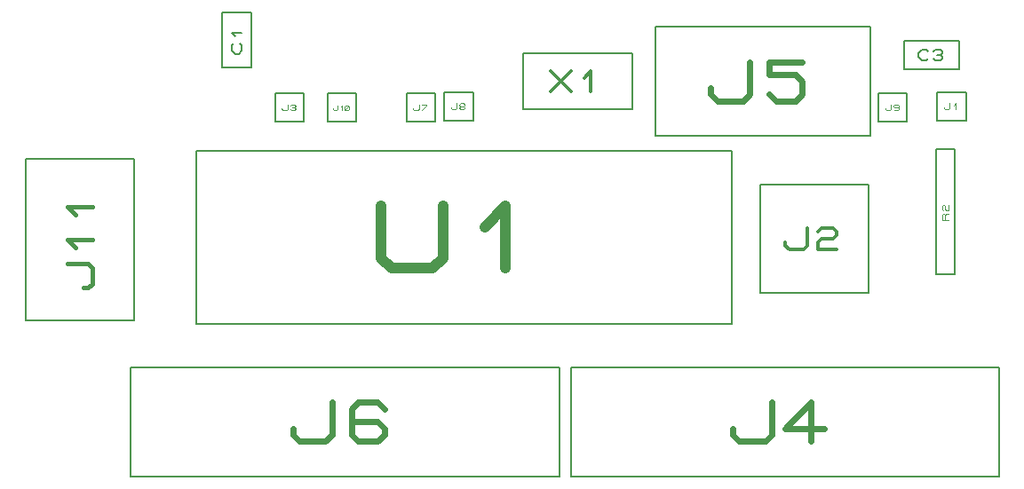
<source format=gbr>
G04 PROTEUS GERBER X2 FILE*
%TF.GenerationSoftware,Labcenter,Proteus,8.6-SP2-Build23525*%
%TF.CreationDate,2018-03-22T21:58:14+00:00*%
%TF.FileFunction,AssemblyDrawing,Top*%
%TF.FilePolarity,Positive*%
%TF.Part,Single*%
%FSLAX45Y45*%
%MOMM*%
G01*
%TA.AperFunction,Material*%
%ADD16C,0.203200*%
%ADD21C,0.164590*%
%ADD22C,0.345440*%
%ADD23C,0.990600*%
%ADD24C,0.106680*%
%ADD25C,0.316990*%
%ADD26C,0.091440*%
%ADD27C,0.621790*%
%ADD28C,0.386080*%
%ADD29C,0.068580*%
%TD.AperFunction*%
D16*
X-3141160Y+1128840D02*
X-2866840Y+1128840D01*
X-2866840Y+1657160D01*
X-3141160Y+1657160D01*
X-3141160Y+1128840D01*
D21*
X-2971081Y+1360081D02*
X-2954622Y+1343622D01*
X-2954622Y+1294245D01*
X-2987540Y+1261327D01*
X-3020459Y+1261327D01*
X-3053377Y+1294245D01*
X-3053377Y+1343622D01*
X-3036918Y+1360081D01*
X-3020459Y+1425918D02*
X-3053377Y+1458836D01*
X-2954622Y+1458836D01*
D16*
X+3358840Y+1112840D02*
X+3887160Y+1112840D01*
X+3887160Y+1387160D01*
X+3358840Y+1387160D01*
X+3358840Y+1112840D01*
D21*
X+3590081Y+1217081D02*
X+3573622Y+1200622D01*
X+3524245Y+1200622D01*
X+3491327Y+1233540D01*
X+3491327Y+1266459D01*
X+3524245Y+1299377D01*
X+3573622Y+1299377D01*
X+3590081Y+1282918D01*
X+3639459Y+1282918D02*
X+3655918Y+1299377D01*
X+3705295Y+1299377D01*
X+3721754Y+1282918D01*
X+3721754Y+1266459D01*
X+3705295Y+1250000D01*
X+3721754Y+1233540D01*
X+3721754Y+1217081D01*
X+3705295Y+1200622D01*
X+3655918Y+1200622D01*
X+3639459Y+1217081D01*
X+3672377Y+1250000D02*
X+3705295Y+1250000D01*
D16*
X+1985840Y-1018160D02*
X+3022160Y-1018160D01*
X+3022160Y+18160D01*
X+1985840Y+18160D01*
X+1985840Y-1018160D01*
D22*
X+2227648Y-534544D02*
X+2227648Y-569088D01*
X+2262192Y-603632D01*
X+2400368Y-603632D01*
X+2434912Y-569088D01*
X+2434912Y-396368D01*
X+2538544Y-430912D02*
X+2573088Y-396368D01*
X+2676720Y-396368D01*
X+2711264Y-430912D01*
X+2711264Y-465456D01*
X+2676720Y-500000D01*
X+2573088Y-500000D01*
X+2538544Y-534544D01*
X+2538544Y-603632D01*
X+2711264Y-603632D01*
D16*
X-3387160Y-1313500D02*
X+1713160Y-1313500D01*
X+1713160Y+337500D01*
X-3387160Y+337500D01*
X-3387160Y-1313500D01*
D23*
X-1629480Y-190820D02*
X-1629480Y-686120D01*
X-1530420Y-785180D01*
X-1134180Y-785180D01*
X-1035120Y-686120D01*
X-1035120Y-190820D01*
X-638880Y-388940D02*
X-440760Y-190820D01*
X-440760Y-785180D01*
D16*
X+3661100Y-838900D02*
X+3838900Y-838900D01*
X+3838900Y+354900D01*
X+3661100Y+354900D01*
X+3661100Y-838900D01*
D24*
X+3782004Y-327344D02*
X+3717996Y-327344D01*
X+3717996Y-274004D01*
X+3728664Y-263336D01*
X+3739332Y-263336D01*
X+3750000Y-274004D01*
X+3750000Y-327344D01*
X+3750000Y-274004D02*
X+3760668Y-263336D01*
X+3782004Y-263336D01*
X+3728664Y-231332D02*
X+3717996Y-220664D01*
X+3717996Y-188660D01*
X+3728664Y-177992D01*
X+3739332Y-177992D01*
X+3750000Y-188660D01*
X+3750000Y-220664D01*
X+3760668Y-231332D01*
X+3782004Y-231332D01*
X+3782004Y-177992D01*
D16*
X-272160Y+735840D02*
X+764160Y+735840D01*
X+764160Y+1264160D01*
X-272160Y+1264160D01*
X-272160Y+735840D01*
D25*
X-7593Y+1095097D02*
X+182601Y+904902D01*
X-7593Y+904902D02*
X+182601Y+1095097D01*
X+309398Y+1031699D02*
X+372796Y+1095097D01*
X+372796Y+904902D01*
D16*
X-2637160Y+612840D02*
X-2362840Y+612840D01*
X-2362840Y+887160D01*
X-2637160Y+887160D01*
X-2637160Y+612840D01*
D26*
X-2573152Y+740856D02*
X-2573152Y+731712D01*
X-2564008Y+722568D01*
X-2527432Y+722568D01*
X-2518288Y+731712D01*
X-2518288Y+777432D01*
X-2490856Y+768288D02*
X-2481712Y+777432D01*
X-2454280Y+777432D01*
X-2445136Y+768288D01*
X-2445136Y+759144D01*
X-2454280Y+750000D01*
X-2445136Y+740856D01*
X-2445136Y+731712D01*
X-2454280Y+722568D01*
X-2481712Y+722568D01*
X-2490856Y+731712D01*
X-2472568Y+750000D02*
X-2454280Y+750000D01*
D16*
X+179840Y-2768160D02*
X+4264160Y-2768160D01*
X+4264160Y-1731840D01*
X+179840Y-1731840D01*
X+179840Y-2768160D01*
D27*
X+1724567Y-2312180D02*
X+1724567Y-2374359D01*
X+1786746Y-2436538D01*
X+2035462Y-2436538D01*
X+2097641Y-2374359D01*
X+2097641Y-2063463D01*
X+2595074Y-2312180D02*
X+2222000Y-2312180D01*
X+2470716Y-2063463D01*
X+2470716Y-2436538D01*
D16*
X+985840Y+481840D02*
X+3038160Y+481840D01*
X+3038160Y+1518160D01*
X+985840Y+1518160D01*
X+985840Y+481840D01*
D27*
X+1514567Y+937820D02*
X+1514567Y+875641D01*
X+1576746Y+813462D01*
X+1825462Y+813462D01*
X+1887641Y+875641D01*
X+1887641Y+1186537D01*
X+2385074Y+1186537D02*
X+2074179Y+1186537D01*
X+2074179Y+1062179D01*
X+2322895Y+1062179D01*
X+2385074Y+1000000D01*
X+2385074Y+875641D01*
X+2322895Y+813462D01*
X+2136358Y+813462D01*
X+2074179Y+875641D01*
D16*
X-4014160Y-2768160D02*
X+70160Y-2768160D01*
X+70160Y-1731840D01*
X-4014160Y-1731840D01*
X-4014160Y-2768160D01*
D27*
X-2469433Y-2312180D02*
X-2469433Y-2374359D01*
X-2407254Y-2436538D01*
X-2158538Y-2436538D01*
X-2096359Y-2374359D01*
X-2096359Y-2063463D01*
X-1598926Y-2125642D02*
X-1661105Y-2063463D01*
X-1847642Y-2063463D01*
X-1909821Y-2125642D01*
X-1909821Y-2374359D01*
X-1847642Y-2436538D01*
X-1661105Y-2436538D01*
X-1598926Y-2374359D01*
X-1598926Y-2312180D01*
X-1661105Y-2250000D01*
X-1909821Y-2250000D01*
D16*
X-1387160Y+612840D02*
X-1112840Y+612840D01*
X-1112840Y+887160D01*
X-1387160Y+887160D01*
X-1387160Y+612840D01*
D26*
X-1323152Y+740856D02*
X-1323152Y+731712D01*
X-1314008Y+722568D01*
X-1277432Y+722568D01*
X-1268288Y+731712D01*
X-1268288Y+777432D01*
X-1240856Y+777432D02*
X-1195136Y+777432D01*
X-1195136Y+768288D01*
X-1240856Y+722568D01*
D16*
X-1026160Y+624840D02*
X-751840Y+624840D01*
X-751840Y+899160D01*
X-1026160Y+899160D01*
X-1026160Y+624840D01*
D26*
X-962152Y+752856D02*
X-962152Y+743712D01*
X-953008Y+734568D01*
X-916432Y+734568D01*
X-907288Y+743712D01*
X-907288Y+789432D01*
X-870712Y+762000D02*
X-879856Y+771144D01*
X-879856Y+780288D01*
X-870712Y+789432D01*
X-843280Y+789432D01*
X-834136Y+780288D01*
X-834136Y+771144D01*
X-843280Y+762000D01*
X-870712Y+762000D01*
X-879856Y+752856D01*
X-879856Y+743712D01*
X-870712Y+734568D01*
X-843280Y+734568D01*
X-834136Y+743712D01*
X-834136Y+752856D01*
X-843280Y+762000D01*
D16*
X-5018160Y-1280160D02*
X-3981840Y-1280160D01*
X-3981840Y+264160D01*
X-5018160Y+264160D01*
X-5018160Y-1280160D01*
D28*
X-4461392Y-971296D02*
X-4422784Y-971296D01*
X-4384176Y-932688D01*
X-4384176Y-778256D01*
X-4422784Y-739648D01*
X-4615824Y-739648D01*
X-4538608Y-585216D02*
X-4615824Y-508000D01*
X-4384176Y-508000D01*
X-4538608Y-276352D02*
X-4615824Y-199136D01*
X-4384176Y-199136D01*
D16*
X+3672840Y+624840D02*
X+3947160Y+624840D01*
X+3947160Y+899160D01*
X+3672840Y+899160D01*
X+3672840Y+624840D01*
D26*
X+3736848Y+752856D02*
X+3736848Y+743712D01*
X+3745992Y+734568D01*
X+3782568Y+734568D01*
X+3791712Y+743712D01*
X+3791712Y+789432D01*
X+3828288Y+771144D02*
X+3846576Y+789432D01*
X+3846576Y+734568D01*
D16*
X+3112840Y+612840D02*
X+3387160Y+612840D01*
X+3387160Y+887160D01*
X+3112840Y+887160D01*
X+3112840Y+612840D01*
D26*
X+3176848Y+740856D02*
X+3176848Y+731712D01*
X+3185992Y+722568D01*
X+3222568Y+722568D01*
X+3231712Y+731712D01*
X+3231712Y+777432D01*
X+3304864Y+759144D02*
X+3295720Y+750000D01*
X+3268288Y+750000D01*
X+3259144Y+759144D01*
X+3259144Y+768288D01*
X+3268288Y+777432D01*
X+3295720Y+777432D01*
X+3304864Y+768288D01*
X+3304864Y+731712D01*
X+3295720Y+722568D01*
X+3268288Y+722568D01*
D16*
X-2137160Y+612840D02*
X-1862840Y+612840D01*
X-1862840Y+887160D01*
X-2137160Y+887160D01*
X-2137160Y+612840D01*
D29*
X-2082296Y+743142D02*
X-2082296Y+736284D01*
X-2075438Y+729426D01*
X-2048006Y+729426D01*
X-2041148Y+736284D01*
X-2041148Y+770574D01*
X-2013716Y+756858D02*
X-2000000Y+770574D01*
X-2000000Y+729426D01*
X-1972568Y+736284D02*
X-1972568Y+763716D01*
X-1965710Y+770574D01*
X-1938278Y+770574D01*
X-1931420Y+763716D01*
X-1931420Y+736284D01*
X-1938278Y+729426D01*
X-1965710Y+729426D01*
X-1972568Y+736284D01*
X-1972568Y+729426D02*
X-1931420Y+770574D01*
M02*

</source>
